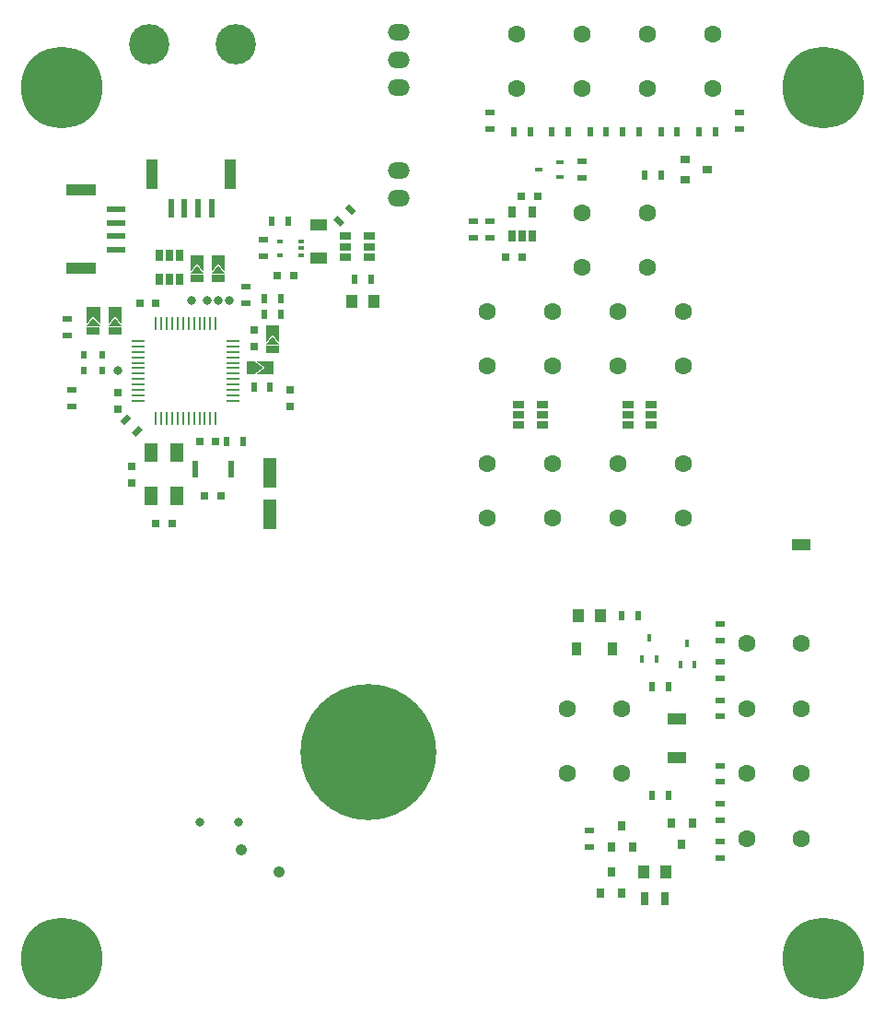
<source format=gbr>
G04 #@! TF.GenerationSoftware,KiCad,Pcbnew,(2017-12-21 revision 7586afd53)-makepkg*
G04 #@! TF.CreationDate,2018-10-14T21:46:11-07:00*
G04 #@! TF.ProjectId,fsorx,66736F72782E6B696361645F70636200,rev?*
G04 #@! TF.SameCoordinates,Original*
G04 #@! TF.FileFunction,Soldermask,Top*
G04 #@! TF.FilePolarity,Negative*
%FSLAX46Y46*%
G04 Gerber Fmt 4.6, Leading zero omitted, Abs format (unit mm)*
G04 Created by KiCad (PCBNEW (2017-12-21 revision 7586afd53)-makepkg) date 10/14/18 21:46:11*
%MOMM*%
%LPD*%
G01*
G04 APERTURE LIST*
%ADD10R,1.600000X1.000000*%
%ADD11R,0.600000X1.800000*%
%ADD12R,1.000000X2.800000*%
%ADD13C,0.500000*%
%ADD14C,0.100000*%
%ADD15C,1.600000*%
%ADD16C,1.050000*%
%ADD17R,0.750000X0.800000*%
%ADD18R,0.800000X0.750000*%
%ADD19R,1.300000X2.800000*%
%ADD20R,1.000000X1.250000*%
%ADD21R,1.060000X0.650000*%
%ADD22R,0.900000X1.200000*%
%ADD23R,2.800000X1.000000*%
%ADD24R,1.800000X0.600000*%
%ADD25R,0.500000X0.900000*%
%ADD26R,0.900000X0.500000*%
%ADD27R,0.900000X0.800000*%
%ADD28R,0.700000X0.450000*%
%ADD29R,0.800000X0.900000*%
%ADD30R,0.450000X0.700000*%
%ADD31R,0.700000X1.300000*%
%ADD32R,0.550000X1.500000*%
%ADD33R,1.800000X1.000000*%
%ADD34R,0.600000X0.400000*%
%ADD35R,0.650000X1.060000*%
%ADD36R,1.300000X0.250000*%
%ADD37R,0.250000X1.300000*%
%ADD38O,2.000000X1.500000*%
%ADD39R,1.200000X1.800000*%
%ADD40C,0.482000*%
%ADD41R,1.202000X0.802000*%
%ADD42R,0.802000X1.202000*%
%ADD43C,0.800000*%
%ADD44R,0.600000X0.800000*%
%ADD45C,7.500000*%
%ADD46C,12.500000*%
%ADD47C,3.700000*%
G04 APERTURE END LIST*
D10*
X93600000Y-73600000D03*
X93600000Y-70600000D03*
D11*
X83775000Y-69100000D03*
X82525000Y-69100000D03*
X81275000Y-69100000D03*
X80025000Y-69100000D03*
D12*
X78300000Y-65900000D03*
X85500000Y-65900000D03*
D13*
X96530330Y-69169670D03*
D14*
G36*
X96388909Y-68674695D02*
X97025305Y-69311091D01*
X96671751Y-69664645D01*
X96035355Y-69028249D01*
X96388909Y-68674695D01*
X96388909Y-68674695D01*
G37*
D13*
X95469670Y-70230330D03*
D14*
G36*
X95328249Y-69735355D02*
X95964645Y-70371751D01*
X95611091Y-70725305D01*
X94974695Y-70088909D01*
X95328249Y-69735355D01*
X95328249Y-69735355D01*
G37*
D15*
X129812802Y-53018363D03*
X129812802Y-58018363D03*
D16*
X90000000Y-130000000D03*
D17*
X76400000Y-92750000D03*
X76400000Y-94250000D03*
D18*
X80150000Y-98000000D03*
X78650000Y-98000000D03*
X91286467Y-75218265D03*
X89786467Y-75218265D03*
X78650000Y-77750000D03*
X77150000Y-77750000D03*
D17*
X87650000Y-81750000D03*
X87650000Y-80250000D03*
D19*
X89150000Y-97150000D03*
X89150000Y-93350000D03*
D18*
X82650000Y-90500000D03*
X84150000Y-90500000D03*
D17*
X75150000Y-87500000D03*
X75150000Y-86000000D03*
D18*
X83150000Y-95500000D03*
X84650000Y-95500000D03*
D17*
X91000000Y-85750000D03*
X91000000Y-87250000D03*
D15*
X111812802Y-53018363D03*
X111812802Y-58018363D03*
X123812802Y-53018363D03*
X123812802Y-58018363D03*
X117812802Y-53018363D03*
X117812802Y-58018363D03*
X123812802Y-69518363D03*
X123812802Y-74518363D03*
X117812802Y-69518363D03*
X117812802Y-74518363D03*
D18*
X112312802Y-73518363D03*
X110812802Y-73518363D03*
D15*
X127112802Y-83518363D03*
X127112802Y-78518363D03*
X115112802Y-83518363D03*
X115112802Y-78518363D03*
X121112802Y-97518363D03*
X121112802Y-92518363D03*
X109112802Y-92518363D03*
X109112802Y-97518363D03*
X115112802Y-97518363D03*
X115112802Y-92518363D03*
X127112802Y-92518363D03*
X127112802Y-97518363D03*
X121112802Y-78518363D03*
X121112802Y-83518363D03*
X109112802Y-83518363D03*
X109112802Y-78518363D03*
D20*
X119500000Y-106500000D03*
X117500000Y-106500000D03*
X125500000Y-130000000D03*
X123500000Y-130000000D03*
D15*
X133000000Y-127000000D03*
X138000000Y-127000000D03*
X133000000Y-109000000D03*
X138000000Y-109000000D03*
X138000000Y-121000000D03*
X133000000Y-121000000D03*
X138000000Y-115000000D03*
X133000000Y-115000000D03*
X121500000Y-121000000D03*
X116500000Y-121000000D03*
X116500000Y-115000000D03*
X121500000Y-115000000D03*
D21*
X122012802Y-87068363D03*
X122012802Y-88018363D03*
X122012802Y-88968363D03*
X124212802Y-88968363D03*
X124212802Y-87068363D03*
X124212802Y-88018363D03*
X112012802Y-88018363D03*
X112012802Y-88968363D03*
X112012802Y-87068363D03*
X114212802Y-87068363D03*
X114212802Y-88018363D03*
X114212802Y-88968363D03*
D22*
X120650000Y-109500000D03*
X117350000Y-109500000D03*
D23*
X71800000Y-67400000D03*
X71800000Y-74600000D03*
D24*
X75000000Y-72875000D03*
X75000000Y-71625000D03*
X75000000Y-70375000D03*
X75000000Y-69125000D03*
D25*
X85150000Y-90500000D03*
X86650000Y-90500000D03*
D26*
X132312802Y-61768363D03*
X132312802Y-60268363D03*
X109312802Y-60268363D03*
X109312802Y-61768363D03*
D21*
X98264306Y-73529909D03*
X98264306Y-72579909D03*
X98264306Y-71629909D03*
X96064306Y-71629909D03*
X96064306Y-73529909D03*
X96064306Y-72579909D03*
D27*
X129312802Y-65518363D03*
X127312802Y-66468363D03*
X127312802Y-64568363D03*
D28*
X113812802Y-65518363D03*
X115812802Y-64868363D03*
X115812802Y-66168363D03*
D29*
X120500000Y-130000000D03*
X121450000Y-132000000D03*
X119550000Y-132000000D03*
X120550000Y-127750000D03*
X122450000Y-127750000D03*
X121500000Y-125750000D03*
D30*
X123350000Y-110500000D03*
X124650000Y-110500000D03*
X124000000Y-108500000D03*
D29*
X127000000Y-127500000D03*
X126050000Y-125500000D03*
X127950000Y-125500000D03*
D30*
X127500000Y-109000000D03*
X128150000Y-111000000D03*
X126850000Y-111000000D03*
D25*
X88650000Y-77400000D03*
X90150000Y-77400000D03*
D26*
X86900000Y-77750000D03*
X86900000Y-76250000D03*
X88536467Y-71968265D03*
X88536467Y-73468265D03*
D25*
X89286467Y-70218265D03*
X90786467Y-70218265D03*
D13*
X75869670Y-88469670D03*
D14*
G36*
X76364645Y-88328249D02*
X75728249Y-88964645D01*
X75374695Y-88611091D01*
X76011091Y-87974695D01*
X76364645Y-88328249D01*
X76364645Y-88328249D01*
G37*
D13*
X76930330Y-89530330D03*
D14*
G36*
X77425305Y-89388909D02*
X76788909Y-90025305D01*
X76435355Y-89671751D01*
X77071751Y-89035355D01*
X77425305Y-89388909D01*
X77425305Y-89388909D01*
G37*
D25*
X98414306Y-75579909D03*
X96914306Y-75579909D03*
X90150000Y-78800000D03*
X88650000Y-78800000D03*
X87650000Y-85500000D03*
X89150000Y-85500000D03*
X128562802Y-62018363D03*
X130062802Y-62018363D03*
X111562802Y-62018363D03*
X113062802Y-62018363D03*
X125062802Y-62018363D03*
X126562802Y-62018363D03*
X115062802Y-62018363D03*
X116562802Y-62018363D03*
X121562802Y-62018363D03*
X123062802Y-62018363D03*
X125062802Y-66018363D03*
X123562802Y-66018363D03*
D26*
X117812802Y-64768363D03*
X117812802Y-66268363D03*
X109312802Y-70268363D03*
X109312802Y-71768363D03*
X107812802Y-71768363D03*
X107812802Y-70268363D03*
X118500000Y-127750000D03*
X118500000Y-126250000D03*
D25*
X123000000Y-106500000D03*
X121500000Y-106500000D03*
D31*
X125450000Y-132500000D03*
X123550000Y-132500000D03*
D26*
X130500000Y-127250000D03*
X130500000Y-128750000D03*
X130500000Y-107250000D03*
X130500000Y-108750000D03*
X130500000Y-125250000D03*
X130500000Y-123750000D03*
X130500000Y-112250000D03*
X130500000Y-110750000D03*
X130500000Y-120250000D03*
X130500000Y-121750000D03*
X130500000Y-115750000D03*
X130500000Y-114250000D03*
D25*
X125750000Y-123000000D03*
X124250000Y-123000000D03*
X124250000Y-113000000D03*
X125750000Y-113000000D03*
D32*
X85525000Y-93000000D03*
X82275000Y-93000000D03*
D33*
X126500000Y-119500000D03*
X126500000Y-116000000D03*
X138000000Y-100000000D03*
D34*
X91986467Y-73368265D03*
X91986467Y-72718265D03*
X91986467Y-72068265D03*
X90086467Y-72068265D03*
X90086467Y-73368265D03*
D35*
X79900000Y-73400000D03*
X78950000Y-73400000D03*
X80850000Y-73400000D03*
X80850000Y-75600000D03*
X79900000Y-75600000D03*
X78950000Y-75600000D03*
D36*
X77050000Y-86750000D03*
X77050000Y-86250000D03*
X77050000Y-85750000D03*
X77050000Y-85250000D03*
X77050000Y-84750000D03*
X77050000Y-84250000D03*
X77050000Y-83750000D03*
X77050000Y-83250000D03*
X77050000Y-82750000D03*
X77050000Y-82250000D03*
X77050000Y-81750000D03*
X77050000Y-81250000D03*
D37*
X78650000Y-79650000D03*
X79150000Y-79650000D03*
X79650000Y-79650000D03*
X80150000Y-79650000D03*
X80650000Y-79650000D03*
X81150000Y-79650000D03*
X81650000Y-79650000D03*
X82150000Y-79650000D03*
X82650000Y-79650000D03*
X83150000Y-79650000D03*
X83650000Y-79650000D03*
X84150000Y-79650000D03*
D36*
X85750000Y-81250000D03*
X85750000Y-81750000D03*
X85750000Y-82250000D03*
X85750000Y-82750000D03*
X85750000Y-83250000D03*
X85750000Y-83750000D03*
X85750000Y-84250000D03*
X85750000Y-84750000D03*
X85750000Y-85250000D03*
X85750000Y-85750000D03*
X85750000Y-86250000D03*
X85750000Y-86750000D03*
D37*
X84150000Y-88350000D03*
X83650000Y-88350000D03*
X83150000Y-88350000D03*
X82650000Y-88350000D03*
X82150000Y-88350000D03*
X81650000Y-88350000D03*
X81150000Y-88350000D03*
X80650000Y-88350000D03*
X80150000Y-88350000D03*
X79650000Y-88350000D03*
X79150000Y-88350000D03*
X78650000Y-88350000D03*
D38*
X101000000Y-68120000D03*
X101000000Y-65580000D03*
X101000000Y-57960000D03*
X101000000Y-55420000D03*
X101000000Y-52880000D03*
D35*
X111362802Y-69418363D03*
X113262802Y-69418363D03*
X113262802Y-71618363D03*
X112312802Y-71618363D03*
X111362802Y-71618363D03*
D39*
X78200000Y-91500000D03*
X78200000Y-95500000D03*
X80600000Y-95500000D03*
X80600000Y-91500000D03*
D40*
X84400000Y-73740000D03*
D14*
G36*
X84400501Y-74141000D02*
X84399499Y-74141000D01*
X83798001Y-73339000D01*
X85001999Y-73339000D01*
X84400501Y-74141000D01*
X84400501Y-74141000D01*
G37*
D40*
X84700000Y-74140000D03*
D14*
G36*
X85001000Y-74942999D02*
X84399000Y-74140335D01*
X84399000Y-74139665D01*
X85001000Y-73337001D01*
X85001000Y-74942999D01*
X85001000Y-74942999D01*
G37*
D40*
X84100000Y-74140000D03*
D14*
G36*
X84401000Y-74140335D02*
X83799000Y-74942999D01*
X83799000Y-73337001D01*
X84401000Y-74139665D01*
X84401000Y-74140335D01*
X84401000Y-74140335D01*
G37*
D40*
X84400000Y-74700000D03*
D14*
G36*
X85001999Y-75101000D02*
X83798001Y-75101000D01*
X84399499Y-74299000D01*
X84400501Y-74299000D01*
X85001999Y-75101000D01*
X85001999Y-75101000D01*
G37*
D41*
X84400000Y-75500000D03*
D40*
X82400000Y-73740000D03*
D14*
G36*
X82400501Y-74141000D02*
X82399499Y-74141000D01*
X81798001Y-73339000D01*
X83001999Y-73339000D01*
X82400501Y-74141000D01*
X82400501Y-74141000D01*
G37*
D40*
X82700000Y-74140000D03*
D14*
G36*
X83001000Y-74942999D02*
X82399000Y-74140335D01*
X82399000Y-74139665D01*
X83001000Y-73337001D01*
X83001000Y-74942999D01*
X83001000Y-74942999D01*
G37*
D40*
X82100000Y-74140000D03*
D14*
G36*
X82401000Y-74140335D02*
X81799000Y-74942999D01*
X81799000Y-73337001D01*
X82401000Y-74139665D01*
X82401000Y-74140335D01*
X82401000Y-74140335D01*
G37*
D40*
X82400000Y-74700000D03*
D14*
G36*
X83001999Y-75101000D02*
X81798001Y-75101000D01*
X82399499Y-74299000D01*
X82400501Y-74299000D01*
X83001999Y-75101000D01*
X83001999Y-75101000D01*
G37*
D41*
X82400000Y-75500000D03*
X74900000Y-80300000D03*
D40*
X74900000Y-79500000D03*
D14*
G36*
X75501999Y-79901000D02*
X74298001Y-79901000D01*
X74899499Y-79099000D01*
X74900501Y-79099000D01*
X75501999Y-79901000D01*
X75501999Y-79901000D01*
G37*
D40*
X74600000Y-78940000D03*
D14*
G36*
X74901000Y-78940335D02*
X74299000Y-79742999D01*
X74299000Y-78137001D01*
X74901000Y-78939665D01*
X74901000Y-78940335D01*
X74901000Y-78940335D01*
G37*
D40*
X75200000Y-78940000D03*
D14*
G36*
X75501000Y-79742999D02*
X74899000Y-78940335D01*
X74899000Y-78939665D01*
X75501000Y-78137001D01*
X75501000Y-79742999D01*
X75501000Y-79742999D01*
G37*
D40*
X74900000Y-78540000D03*
D14*
G36*
X74900501Y-78941000D02*
X74899499Y-78941000D01*
X74298001Y-78139000D01*
X75501999Y-78139000D01*
X74900501Y-78941000D01*
X74900501Y-78941000D01*
G37*
D41*
X72900000Y-80300000D03*
D40*
X72900000Y-79500000D03*
D14*
G36*
X73501999Y-79901000D02*
X72298001Y-79901000D01*
X72899499Y-79099000D01*
X72900501Y-79099000D01*
X73501999Y-79901000D01*
X73501999Y-79901000D01*
G37*
D40*
X72600000Y-78940000D03*
D14*
G36*
X72901000Y-78940335D02*
X72299000Y-79742999D01*
X72299000Y-78137001D01*
X72901000Y-78939665D01*
X72901000Y-78940335D01*
X72901000Y-78940335D01*
G37*
D40*
X73200000Y-78940000D03*
D14*
G36*
X73501000Y-79742999D02*
X72899000Y-78940335D01*
X72899000Y-78939665D01*
X73501000Y-78137001D01*
X73501000Y-79742999D01*
X73501000Y-79742999D01*
G37*
D40*
X72900000Y-78540000D03*
D14*
G36*
X72900501Y-78941000D02*
X72899499Y-78941000D01*
X72298001Y-78139000D01*
X73501999Y-78139000D01*
X72900501Y-78941000D01*
X72900501Y-78941000D01*
G37*
D40*
X89060000Y-83700000D03*
D14*
G36*
X88659000Y-83700501D02*
X88659000Y-83699499D01*
X89461000Y-83098001D01*
X89461000Y-84301999D01*
X88659000Y-83700501D01*
X88659000Y-83700501D01*
G37*
D40*
X88660000Y-84000000D03*
D14*
G36*
X87857001Y-84301000D02*
X88659665Y-83699000D01*
X88660335Y-83699000D01*
X89462999Y-84301000D01*
X87857001Y-84301000D01*
X87857001Y-84301000D01*
G37*
D40*
X88660000Y-83400000D03*
D14*
G36*
X88659665Y-83701000D02*
X87857001Y-83099000D01*
X89462999Y-83099000D01*
X88660335Y-83701000D01*
X88659665Y-83701000D01*
X88659665Y-83701000D01*
G37*
D40*
X88100000Y-83700000D03*
D14*
G36*
X87699000Y-84301999D02*
X87699000Y-83098001D01*
X88501000Y-83699499D01*
X88501000Y-83700501D01*
X87699000Y-84301999D01*
X87699000Y-84301999D01*
G37*
D42*
X87300000Y-83700000D03*
D41*
X89400000Y-82000000D03*
D40*
X89400000Y-81200000D03*
D14*
G36*
X90001999Y-81601000D02*
X88798001Y-81601000D01*
X89399499Y-80799000D01*
X89400501Y-80799000D01*
X90001999Y-81601000D01*
X90001999Y-81601000D01*
G37*
D40*
X89100000Y-80640000D03*
D14*
G36*
X89401000Y-80640335D02*
X88799000Y-81442999D01*
X88799000Y-79837001D01*
X89401000Y-80639665D01*
X89401000Y-80640335D01*
X89401000Y-80640335D01*
G37*
D40*
X89700000Y-80640000D03*
D14*
G36*
X90001000Y-81442999D02*
X89399000Y-80640335D01*
X89399000Y-80639665D01*
X90001000Y-79837001D01*
X90001000Y-81442999D01*
X90001000Y-81442999D01*
G37*
D40*
X89400000Y-80240000D03*
D14*
G36*
X89400501Y-80641000D02*
X89399499Y-80641000D01*
X88798001Y-79839000D01*
X90001999Y-79839000D01*
X89400501Y-80641000D01*
X89400501Y-80641000D01*
G37*
D25*
X120062802Y-62018363D03*
X118562802Y-62018363D03*
D43*
X86217424Y-125431944D03*
X82717424Y-125431944D03*
D20*
X96664306Y-77579909D03*
X98664306Y-77579909D03*
D43*
X81900000Y-77500000D03*
X85400000Y-77500000D03*
X84400000Y-77500000D03*
X83400000Y-77500000D03*
X75150000Y-84000000D03*
D44*
X73750000Y-82500000D03*
X72050000Y-82500000D03*
X72050000Y-84000000D03*
X73750000Y-84000000D03*
D26*
X70500000Y-79250000D03*
X70500000Y-80750000D03*
X70900000Y-85750000D03*
X70900000Y-87250000D03*
D45*
X70000000Y-138000000D03*
X70000000Y-58000000D03*
X140000000Y-58000000D03*
X140000000Y-138000000D03*
D46*
X98200000Y-119000000D03*
D16*
X86500000Y-128000000D03*
D18*
X112262802Y-67918363D03*
X113762802Y-67918363D03*
D47*
X78000000Y-54000000D03*
X86000000Y-54000000D03*
M02*

</source>
